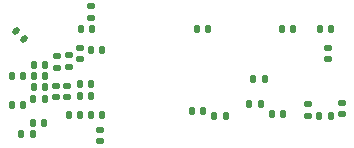
<source format=gbr>
%TF.GenerationSoftware,KiCad,Pcbnew,8.0.1*%
%TF.CreationDate,2025-05-27T09:35:13-07:00*%
%TF.ProjectId,mb,6d622e6b-6963-4616-945f-706362585858,A*%
%TF.SameCoordinates,Original*%
%TF.FileFunction,Paste,Bot*%
%TF.FilePolarity,Positive*%
%FSLAX46Y46*%
G04 Gerber Fmt 4.6, Leading zero omitted, Abs format (unit mm)*
G04 Created by KiCad (PCBNEW 8.0.1) date 2025-05-27 09:35:13*
%MOMM*%
%LPD*%
G01*
G04 APERTURE LIST*
G04 Aperture macros list*
%AMRoundRect*
0 Rectangle with rounded corners*
0 $1 Rounding radius*
0 $2 $3 $4 $5 $6 $7 $8 $9 X,Y pos of 4 corners*
0 Add a 4 corners polygon primitive as box body*
4,1,4,$2,$3,$4,$5,$6,$7,$8,$9,$2,$3,0*
0 Add four circle primitives for the rounded corners*
1,1,$1+$1,$2,$3*
1,1,$1+$1,$4,$5*
1,1,$1+$1,$6,$7*
1,1,$1+$1,$8,$9*
0 Add four rect primitives between the rounded corners*
20,1,$1+$1,$2,$3,$4,$5,0*
20,1,$1+$1,$4,$5,$6,$7,0*
20,1,$1+$1,$6,$7,$8,$9,0*
20,1,$1+$1,$8,$9,$2,$3,0*%
G04 Aperture macros list end*
%ADD10RoundRect,0.140000X-0.140000X-0.170000X0.140000X-0.170000X0.140000X0.170000X-0.140000X0.170000X0*%
%ADD11RoundRect,0.140000X-0.170000X0.140000X-0.170000X-0.140000X0.170000X-0.140000X0.170000X0.140000X0*%
%ADD12RoundRect,0.140000X0.219203X0.021213X0.021213X0.219203X-0.219203X-0.021213X-0.021213X-0.219203X0*%
%ADD13RoundRect,0.140000X0.140000X0.170000X-0.140000X0.170000X-0.140000X-0.170000X0.140000X-0.170000X0*%
%ADD14RoundRect,0.140000X0.170000X-0.140000X0.170000X0.140000X-0.170000X0.140000X-0.170000X-0.140000X0*%
%ADD15RoundRect,0.135000X0.135000X0.185000X-0.135000X0.185000X-0.135000X-0.185000X0.135000X-0.185000X0*%
G04 APERTURE END LIST*
D10*
%TO.C,C310*%
X105498400Y-73821800D03*
X106458400Y-73821800D03*
%TD*%
D11*
%TO.C,C313*%
X106232400Y-68007800D03*
X106232400Y-68967800D03*
%TD*%
D12*
%TO.C,C221*%
X80511411Y-67252411D03*
X79832589Y-66573589D03*
%TD*%
D13*
%TO.C,C214*%
X81236200Y-75295000D03*
X80276200Y-75295000D03*
%TD*%
D11*
%TO.C,C208*%
X86953800Y-74967400D03*
X86953800Y-75927400D03*
%TD*%
D13*
%TO.C,C229*%
X86163800Y-71129400D03*
X85203800Y-71129400D03*
%TD*%
D11*
%TO.C,C231*%
X85267800Y-68049200D03*
X85267800Y-69009200D03*
%TD*%
D13*
%TO.C,C307*%
X103283400Y-66430400D03*
X102323400Y-66430400D03*
%TD*%
%TO.C,C222*%
X86163800Y-72069200D03*
X85203800Y-72069200D03*
%TD*%
%TO.C,C311*%
X96095200Y-66430400D03*
X95135200Y-66430400D03*
%TD*%
D10*
%TO.C,C225*%
X81343000Y-69478400D03*
X82303000Y-69478400D03*
%TD*%
D11*
%TO.C,C206*%
X84109000Y-71233600D03*
X84109000Y-72193600D03*
%TD*%
D10*
%TO.C,C305*%
X105523800Y-66455800D03*
X106483800Y-66455800D03*
%TD*%
D13*
%TO.C,C216*%
X80448800Y-70443600D03*
X79488800Y-70443600D03*
%TD*%
D10*
%TO.C,C205*%
X85330800Y-66430400D03*
X86290800Y-66430400D03*
%TD*%
D13*
%TO.C,C312*%
X97568400Y-73771000D03*
X96608400Y-73771000D03*
%TD*%
D10*
%TO.C,C308*%
X99580200Y-72805800D03*
X100540200Y-72805800D03*
%TD*%
D14*
%TO.C,C314*%
X104556000Y-73768400D03*
X104556000Y-72808400D03*
%TD*%
D13*
%TO.C,C306*%
X95688800Y-73415400D03*
X94728800Y-73415400D03*
%TD*%
D10*
%TO.C,C219*%
X86159400Y-68249800D03*
X87119400Y-68249800D03*
%TD*%
D14*
%TO.C,C209*%
X83337400Y-69695000D03*
X83337400Y-68735000D03*
%TD*%
D10*
%TO.C,C220*%
X81292200Y-72323200D03*
X82252200Y-72323200D03*
%TD*%
D13*
%TO.C,C232*%
X82226800Y-74355200D03*
X81266800Y-74355200D03*
%TD*%
%TO.C,C228*%
X85274800Y-73694800D03*
X84314800Y-73694800D03*
%TD*%
D11*
%TO.C,C217*%
X83169200Y-71233600D03*
X83169200Y-72193600D03*
%TD*%
D10*
%TO.C,C226*%
X81317600Y-70418200D03*
X82277600Y-70418200D03*
%TD*%
%TO.C,C223*%
X79463400Y-72882000D03*
X80423400Y-72882000D03*
%TD*%
%TO.C,C309*%
X101510600Y-73669400D03*
X102470600Y-73669400D03*
%TD*%
D14*
%TO.C,C230*%
X86191800Y-65462600D03*
X86191800Y-64502600D03*
%TD*%
D11*
%TO.C,C302*%
X107400800Y-72656000D03*
X107400800Y-73616000D03*
%TD*%
D10*
%TO.C,C227*%
X81317600Y-71358000D03*
X82277600Y-71358000D03*
%TD*%
%TO.C,C234*%
X86159400Y-73685400D03*
X87119400Y-73685400D03*
%TD*%
D15*
%TO.C,R307*%
X100913100Y-70692868D03*
X99893100Y-70692868D03*
%TD*%
D14*
%TO.C,C211*%
X84302600Y-69618800D03*
X84302600Y-68658800D03*
%TD*%
M02*

</source>
